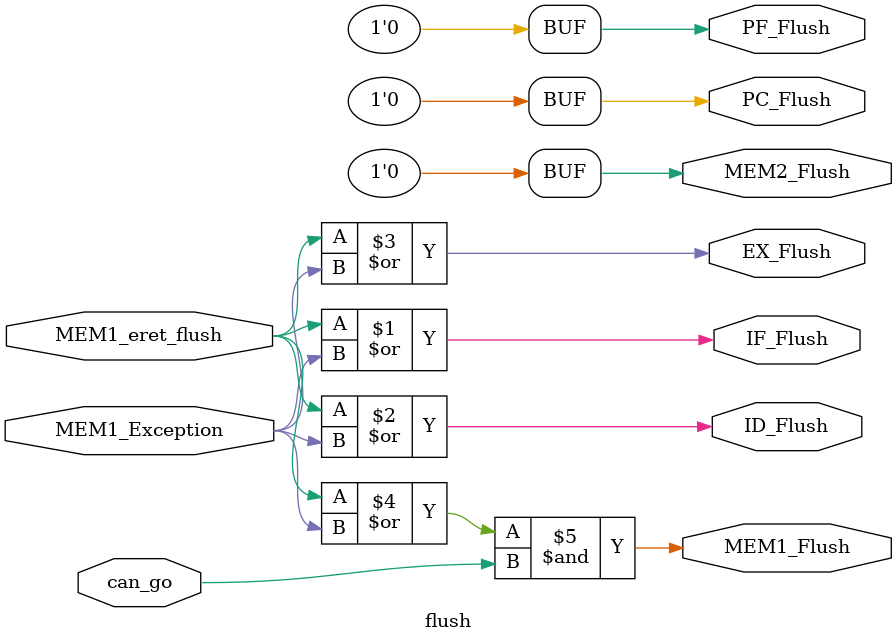
<source format=v>
module npc(
	IF_PC, Imm, EPC, ret_addr, NPCOp,
	MEM1_eret_flush, MEM1_Exception,
	MEM1_TLBRill_Exc,WB_TLB_flush,MEM2_PC,
	PF_PC, WB_icache_valid_CI,Status_BEV,
	Status_EXL,Cause_IV,Interrupt,

	NPC
	);

	input [31:0] 	IF_PC;
	input [31:0] 	PF_PC;
	input [31:0] 	ret_addr;
	input [31:0] 	EPC;
	input [25:0] 	Imm;
	input [1:0] 	NPCOp;
	input 			MEM1_eret_flush;
	input 			MEM1_Exception;
	input 			MEM1_TLBRill_Exc;
	input 			WB_TLB_flush;
	input [31:0] 	MEM2_PC;
	input			WB_icache_valid_CI;
	input 			Status_BEV;
	input 			Status_EXL;
	input 			Cause_IV;
	input 			Interrupt;

	output reg [31:0] NPC;

	always@(*) begin
		if (MEM1_eret_flush)
			NPC = EPC;
		else if (MEM1_Exception)	//use the standard mips structure
		begin
			if ( Interrupt )
				case ({Status_BEV,Status_EXL,Cause_IV})
					3'b000:		NPC = 32'h8000_0180;
					3'b001:		NPC = 32'h8000_2000;
					3'b100:		NPC = 32'hBFC0_0380;
					3'b101:		NPC = 32'hBFC0_0400;
					3'b010,3'b011:
								NPC = 32'h8000_0180;
					default:	NPC = 32'hBFC0_0380;
				endcase
			else if ( MEM1_TLBRill_Exc )
				case ({Status_BEV,Status_EXL})
					2'b00:		NPC = 32'h8000_0000;
					2'b01:		NPC = 32'h8000_0180;
					2'b10:		NPC = 32'hBFC0_0200;
					2'b11:		NPC = 32'hBFC0_0380;
				endcase
			else
				if ( ~Status_BEV )
						NPC = 32'h8000_0180;
				else
						NPC = 32'hBFC0_0380;
		end
		else if (WB_TLB_flush | WB_icache_valid_CI)	//TLBWI TLBR clear up
			NPC = MEM2_PC;
		else begin
			case(NPCOp)
				2'b00:	NPC = PF_PC + 4;								//sequential execution
				2'b01:	if(Imm[15])				//branch,use the delay slot PC
							NPC = IF_PC + {14'h3fff,Imm[15:0],2'b00};
						else
							NPC = IF_PC + {14'h0000,Imm[15:0],2'b00};
				2'b10:	NPC = { IF_PC[31:28],Imm[25:0],2'b00};			//jump
				default:NPC = ret_addr;								//jump return
			endcase
		end
	end

endmodule


module flush(
	MEM1_eret_flush, MEM1_Exception, can_go,

	PC_Flush,PF_Flush,IF_Flush,ID_Flush,
	EX_Flush,MEM1_Flush,MEM2_Flush
	);
	input 			MEM1_eret_flush;
	input 			MEM1_Exception;
	input 			can_go;

	output 			IF_Flush;
	output 			ID_Flush;
	output 			EX_Flush;
	output 			PC_Flush;
	output 			MEM1_Flush;
	output 			MEM2_Flush;
	output 			PF_Flush;

	assign IF_Flush =  (MEM1_eret_flush | MEM1_Exception) ;
	assign ID_Flush = (MEM1_eret_flush | MEM1_Exception) ;
	assign EX_Flush = (MEM1_eret_flush | MEM1_Exception) ;
	assign MEM1_Flush = (MEM1_eret_flush | MEM1_Exception) &can_go;
	assign PC_Flush = 1'b0 ;
	assign MEM2_Flush = 1'b0;
	assign PF_Flush = 1'b0 ;

endmodule
</source>
